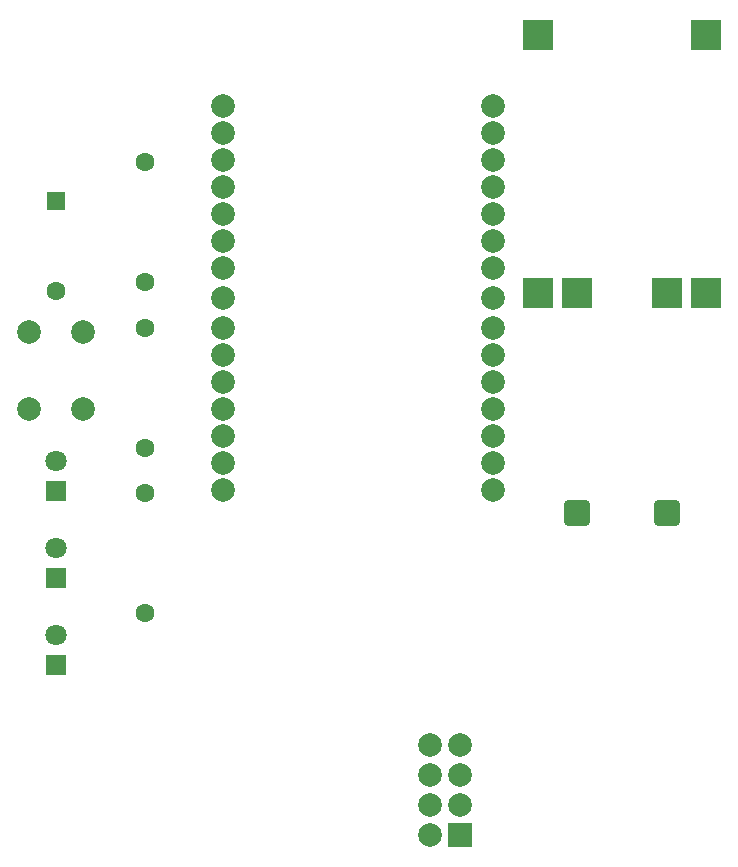
<source format=gbr>
%TF.GenerationSoftware,KiCad,Pcbnew,9.0.3*%
%TF.CreationDate,2025-09-06T14:30:13+03:00*%
%TF.ProjectId,ble_jammer_2.4ghz,626c655f-6a61-46d6-9d65-725f322e3467,rev?*%
%TF.SameCoordinates,Original*%
%TF.FileFunction,Soldermask,Top*%
%TF.FilePolarity,Negative*%
%FSLAX46Y46*%
G04 Gerber Fmt 4.6, Leading zero omitted, Abs format (unit mm)*
G04 Created by KiCad (PCBNEW 9.0.3) date 2025-09-06 14:30:13*
%MOMM*%
%LPD*%
G01*
G04 APERTURE LIST*
G04 Aperture macros list*
%AMRoundRect*
0 Rectangle with rounded corners*
0 $1 Rounding radius*
0 $2 $3 $4 $5 $6 $7 $8 $9 X,Y pos of 4 corners*
0 Add a 4 corners polygon primitive as box body*
4,1,4,$2,$3,$4,$5,$6,$7,$8,$9,$2,$3,0*
0 Add four circle primitives for the rounded corners*
1,1,$1+$1,$2,$3*
1,1,$1+$1,$4,$5*
1,1,$1+$1,$6,$7*
1,1,$1+$1,$8,$9*
0 Add four rect primitives between the rounded corners*
20,1,$1+$1,$2,$3,$4,$5,0*
20,1,$1+$1,$4,$5,$6,$7,0*
20,1,$1+$1,$6,$7,$8,$9,0*
20,1,$1+$1,$8,$9,$2,$3,0*%
G04 Aperture macros list end*
%ADD10RoundRect,0.250000X-0.825000X-0.825000X0.825000X-0.825000X0.825000X0.825000X-0.825000X0.825000X0*%
%ADD11R,1.800000X1.800000*%
%ADD12C,1.800000*%
%ADD13C,2.000000*%
%ADD14C,1.600000*%
%ADD15RoundRect,0.250000X-0.550000X0.550000X-0.550000X-0.550000X0.550000X-0.550000X0.550000X0.550000X0*%
%ADD16R,2.000000X2.000000*%
%ADD17R,2.540000X2.540000*%
G04 APERTURE END LIST*
D10*
%TO.C,B-*%
X91600000Y-80600000D03*
%TD*%
%TO.C,B+*%
X99200000Y-80600000D03*
%TD*%
D11*
%TO.C,D3*%
X47500269Y-93470048D03*
D12*
X47500269Y-90930048D03*
%TD*%
D11*
%TO.C,D2*%
X47500269Y-86097548D03*
D12*
X47500269Y-83557548D03*
%TD*%
%TO.C,D1*%
X47500269Y-76185048D03*
D11*
X47500269Y-78725048D03*
%TD*%
D13*
%TO.C,SW1*%
X49750269Y-65292548D03*
X49750269Y-71792548D03*
X45250269Y-65292548D03*
X45250269Y-71792548D03*
%TD*%
D14*
%TO.C,SW2*%
X47487769Y-61800048D03*
D15*
X47487769Y-54180048D03*
%TD*%
D16*
%TO.C,nRF24L01+*%
X81692000Y-107826000D03*
D13*
X79152000Y-107826000D03*
X81692000Y-105286000D03*
X79152000Y-105286000D03*
X81692000Y-102746000D03*
X79152000Y-102746000D03*
X81692000Y-100206000D03*
X79152000Y-100206000D03*
%TD*%
%TO.C,ESP8266*%
X61600000Y-46174000D03*
X61600000Y-67256000D03*
X84460000Y-55318000D03*
X84460000Y-46174000D03*
X61600000Y-48460000D03*
X61600000Y-64970000D03*
X84460000Y-48460000D03*
X84460000Y-57604000D03*
X61600000Y-50746000D03*
X84460000Y-50746000D03*
X61600000Y-53032000D03*
X84460000Y-53032000D03*
X61600000Y-55318000D03*
X61600000Y-57604000D03*
X61600000Y-59890000D03*
X84460000Y-59890000D03*
X61600000Y-62430000D03*
X84460000Y-62430000D03*
X84460000Y-64970000D03*
X84460000Y-67256000D03*
X61600000Y-69542000D03*
X84460000Y-69542000D03*
X61600000Y-71828000D03*
X84460000Y-71828000D03*
X61600000Y-74114000D03*
X84460000Y-74114000D03*
X61600000Y-76400000D03*
X84460000Y-76400000D03*
X61600000Y-78686000D03*
X84460000Y-78686000D03*
%TD*%
D17*
%TO.C,TO4056*%
X102500000Y-40156000D03*
X102500000Y-62000000D03*
X99198000Y-62000000D03*
X88276000Y-40156000D03*
X91578000Y-62000000D03*
X88276000Y-62000000D03*
%TD*%
D14*
%TO.C,R2*%
X55000000Y-75080000D03*
X55000000Y-64920000D03*
%TD*%
%TO.C,R1*%
X55000000Y-61080000D03*
X55000000Y-50920000D03*
%TD*%
%TO.C,R3*%
X55000000Y-89080000D03*
X55000000Y-78920000D03*
%TD*%
M02*

</source>
